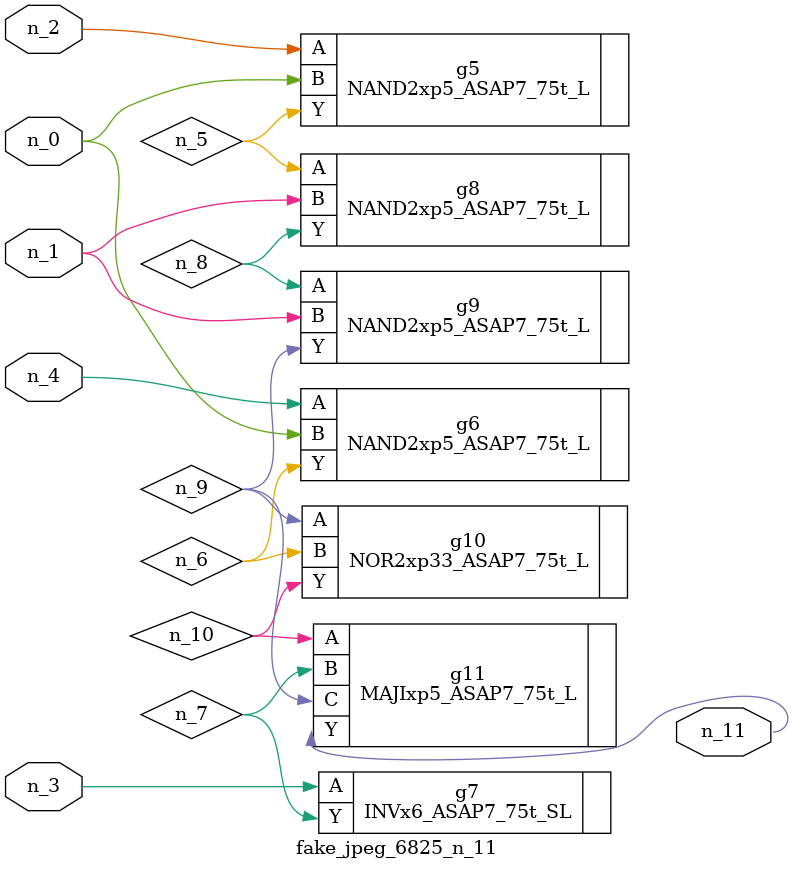
<source format=v>
module fake_jpeg_6825_n_11 (n_3, n_2, n_1, n_0, n_4, n_11);

input n_3;
input n_2;
input n_1;
input n_0;
input n_4;

output n_11;

wire n_10;
wire n_8;
wire n_9;
wire n_6;
wire n_5;
wire n_7;

NAND2xp5_ASAP7_75t_L g5 ( 
.A(n_2),
.B(n_0),
.Y(n_5)
);

NAND2xp5_ASAP7_75t_L g6 ( 
.A(n_4),
.B(n_0),
.Y(n_6)
);

INVx6_ASAP7_75t_SL g7 ( 
.A(n_3),
.Y(n_7)
);

NAND2xp5_ASAP7_75t_L g8 ( 
.A(n_5),
.B(n_1),
.Y(n_8)
);

NAND2xp5_ASAP7_75t_L g9 ( 
.A(n_8),
.B(n_1),
.Y(n_9)
);

NOR2xp33_ASAP7_75t_L g10 ( 
.A(n_9),
.B(n_6),
.Y(n_10)
);

MAJIxp5_ASAP7_75t_L g11 ( 
.A(n_10),
.B(n_7),
.C(n_9),
.Y(n_11)
);


endmodule
</source>
